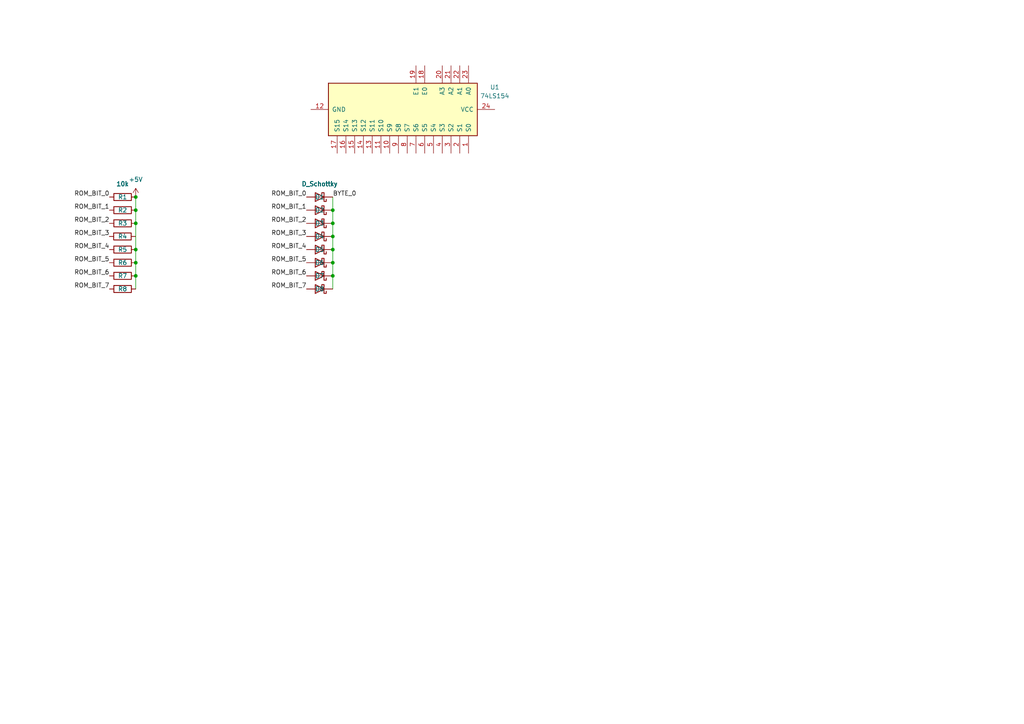
<source format=kicad_sch>
(kicad_sch (version 20230121) (generator eeschema)
  (paper "A4")
  (lib_symbols
    (symbol "74xx:74LS154" (pin_names (offset 1.016))
      (property "Reference" "U" (at -7.62 21.59 0))
      (property "Value" "74LS154" (at -7.62 -24.13 0))
      (symbol "74LS154_1_0"
        (pin output line (at 12.7 17.78 180) (length 5.08) (name "S0") (number "1"))
        (pin output line (at 12.7 -5.08 180) (length 5.08) (name "S9") (number "10"))
        (pin output line (at 12.7 -7.62 180) (length 5.08) (name "S10") (number "11"))
        (pin power_in line (at 0 -27.94 90) (length 5.08) (name "GND") (number "12"))
        (pin output line (at 12.7 -10.16 180) (length 5.08) (name "S11") (number "13"))
        (pin output line (at 12.7 -12.7 180) (length 5.08) (name "S12") (number "14"))
        (pin output line (at 12.7 -15.24 180) (length 5.08) (name "S13") (number "15"))
        (pin output line (at 12.7 -17.78 180) (length 5.08) (name "S14") (number "16"))
        (pin output line (at 12.7 -20.32 180) (length 5.08) (name "S15") (number "17"))
        (pin input line (at -12.7 5.08 0) (length 5.08) (name "E0") (number "18"))
        (pin input line (at -12.7 2.54 0) (length 5.08) (name "E1") (number "19"))
        (pin output line (at 12.7 15.24 180) (length 5.08) (name "S1") (number "2"))
        (pin input line (at -12.7 10.16 0) (length 5.08) (name "A3") (number "20"))
        (pin input line (at -12.7 12.7 0) (length 5.08) (name "A2") (number "21"))
        (pin input line (at -12.7 15.24 0) (length 5.08) (name "A1") (number "22"))
        (pin input line (at -12.7 17.78 0) (length 5.08) (name "A0") (number "23"))
        (pin power_in line (at 0 25.4 270) (length 5.08) (name "VCC") (number "24"))
        (pin output line (at 12.7 12.7 180) (length 5.08) (name "S2") (number "3"))
        (pin output line (at 12.7 10.16 180) (length 5.08) (name "S3") (number "4"))
        (pin output line (at 12.7 7.62 180) (length 5.08) (name "S4") (number "5"))
        (pin output line (at 12.7 5.08 180) (length 5.08) (name "S5") (number "6"))
        (pin output line (at 12.7 2.54 180) (length 5.08) (name "S6") (number "7"))
        (pin output line (at 12.7 0 180) (length 5.08) (name "S7") (number "8"))
        (pin output line (at 12.7 -2.54 180) (length 5.08) (name "S8") (number "9"))
      )
      (symbol "74LS154_1_1"
        (rectangle (start -7.62 20.32) (end 7.62 -22.86) (stroke (width 0.254)) (fill (type background)))
      )
    )
    (symbol "Device:D_Schottky" (pin_numbers hide) (pin_names (offset 1.016) hide)
      (property "Reference" "D" (at 0 2.54 0))
      (property "Value" "D_Schottky" (at 0 -2.54 0))
      (symbol "D_Schottky_0_1"
        (polyline (pts (xy 1.27 0) (xy -1.27 0)))
        (polyline (pts (xy 1.27 1.27) (xy 1.27 -1.27) (xy -1.27 0) (xy 1.27 1.27)) (stroke (width 0.254)))
        (polyline (pts (xy -1.905 0.635) (xy -1.905 1.27) (xy -1.27 1.27) (xy -1.27 -1.27) (xy -0.635 -1.27) (xy -0.635 -0.635)) (stroke (width 0.254)))
      )
      (symbol "D_Schottky_1_1"
        (pin passive line (at -3.81 0 0) (length 2.54) (name "K") (number "1"))
        (pin passive line (at 3.81 0 180) (length 2.54) (name "A") (number "2"))
      )
    )
    (symbol "Device:R" (pin_numbers hide) (pin_names (offset 0))
      (property "Reference" "R" (at 2.032 0 90))
      (property "Value" "R" (at 0 0 90))
      (symbol "R_0_1"
        (rectangle (start -1.016 -2.54) (end 1.016 2.54) (stroke (width 0.254)))
      )
      (symbol "R_1_1"
        (pin passive line (at 0 3.81 270) (length 1.27) (name "~") (number "1"))
        (pin passive line (at 0 -3.81 90) (length 1.27) (name "~") (number "2"))
      )
    )
    (symbol "power:+5V" (power) (pin_names (offset 0))
      (property "Value" "+5V" (at 0 3.556 0))
      (symbol "+5V_0_1"
        (polyline (pts (xy -0.762 1.27) (xy 0 2.54)))
        (polyline (pts (xy 0 0) (xy 0 2.54)))
        (polyline (pts (xy 0 2.54) (xy 0.762 1.27)))
      )
      (symbol "+5V_1_1"
        (pin power_in line (at 0 0 90) (length 0) hide (name "+5V") (number "1"))
      )
    )
  )
  (junction (at 96.52 60.96))
  (junction (at 96.52 64.77))
  (junction (at 39.37 64.77))
  (junction (at 96.52 80.01))
  (junction (at 39.37 60.96))
  (junction (at 96.52 68.58))
  (junction (at 39.37 57.15))
  (junction (at 96.52 72.39))
  (junction (at 96.52 76.2))
  (junction (at 39.37 72.39))
  (junction (at 39.37 80.01))
  (junction (at 39.37 76.2))
  (wire (pts (xy 39.37 76.2) (xy 39.37 80.01)))
  (wire (pts (xy 96.52 76.2) (xy 96.52 80.01)))
  (wire (pts (xy 96.52 64.77) (xy 96.52 68.58)))
  (wire (pts (xy 96.52 68.58) (xy 96.52 72.39)))
  (wire (pts (xy 39.37 80.01) (xy 39.37 83.82)))
  (wire (pts (xy 39.37 64.77) (xy 39.37 72.39)))
  (wire (pts (xy 96.52 57.15) (xy 96.52 60.96)))
  (wire (pts (xy 39.37 60.96) (xy 39.37 64.77)))
  (wire (pts (xy 39.37 72.39) (xy 39.37 76.2)))
  (wire (pts (xy 96.52 72.39) (xy 96.52 76.2)))
  (wire (pts (xy 39.37 57.15) (xy 39.37 60.96)))
  (wire (pts (xy 96.52 60.96) (xy 96.52 64.77)))
  (wire (pts (xy 96.52 80.01) (xy 96.52 83.82)))
  (label "ROM_BIT_7" (at 88.9 83.82 180))
  (label "ROM_BIT_6" (at 88.9 80.01 180))
  (label "ROM_BIT_0" (at 31.75 57.15 180))
  (label "ROM_BIT_7" (at 31.75 83.82 180))
  (label "ROM_BIT_3" (at 88.9 68.58 180))
  (label "ROM_BIT_4" (at 31.75 72.39 180))
  (label "ROM_BIT_3" (at 31.75 68.58 180))
  (label "ROM_BIT_2" (at 88.9 64.77 180))
  (label "ROM_BIT_2" (at 31.75 64.77 180))
  (label "ROM_BIT_6" (at 31.75 80.01 180))
  (label "BYTE_0" (at 96.52 57.15 0))
  (label "ROM_BIT_5" (at 88.9 76.2 180))
  (label "ROM_BIT_0" (at 88.9 57.15 180))
  (label "ROM_BIT_1" (at 31.75 60.96 180))
  (label "ROM_BIT_5" (at 31.75 76.2 180))
  (label "ROM_BIT_4" (at 88.9 72.39 180))
  (label "ROM_BIT_1" (at 88.9 60.96 180))
  (symbol (lib_id "Device:D_Schottky") (at 92.71 80.01 180) (unit 1)
    (property "Reference" "D7" (at 92.71 80.01 0))
    (property "Value" "D_Schottky" (at 92.71 53.34 0))
  )
  (symbol (lib_id "Device:R") (at 35.56 72.39 90) (unit 1)
    (property "Reference" "R5" (at 35.56 72.39 90))
    (property "Value" "10k" (at 35.56 53.34 90))
  )
  (symbol (lib_id "Device:R") (at 35.56 57.15 90) (unit 1)
    (property "Reference" "R1" (at 35.56 57.15 90))
    (property "Value" "10k" (at 35.56 53.34 90))
  )
  (symbol (lib_id "power:+5V") (at 39.37 57.15 0) (unit 1)
    (property "Reference" "#PWR01" (effects hide))
    (property "Value" "+5V" (at 39.37 52.07 0))
  )
  (symbol (lib_id "Device:R") (at 35.56 83.82 90) (unit 1)
    (property "Reference" "R8" (at 35.56 83.82 90))
    (property "Value" "10k" (at 35.56 53.34 90))
  )
  (symbol (lib_id "Device:R") (at 35.56 60.96 90) (unit 1)
    (property "Reference" "R2" (at 35.56 60.96 90))
    (property "Value" "10k" (at 35.56 53.34 90))
  )
  (symbol (lib_id "Device:D_Schottky") (at 92.71 72.39 180) (unit 1)
    (property "Reference" "D5" (at 92.71 72.39 0))
    (property "Value" "D_Schottky" (at 92.71 53.34 0))
  )
  (symbol (lib_id "Device:R") (at 35.5119 68.5799 90) (unit 1)
    (property "Reference" "R4" (at 35.56 68.58 90))
    (property "Value" "10k" (at 35.56 53.34 90))
  )
  (symbol (lib_id "Device:D_Schottky") (at 92.71 64.77 180) (unit 1)
    (property "Reference" "D3" (at 92.71 64.77 0))
    (property "Value" "D_Schottky" (at 92.71 53.34 0))
  )
  (symbol (lib_id "Device:D_Schottky") (at 92.71 60.96 180) (unit 1)
    (property "Reference" "D2" (at 92.71 60.96 0))
    (property "Value" "D_Schottky" (at 92.71 53.34 0))
  )
  (symbol (lib_id "Device:D_Schottky") (at 92.71 76.2 180) (unit 1)
    (property "Reference" "D6" (at 92.71 76.2 0))
    (property "Value" "D_Schottky" (at 92.71 53.34 0))
  )
  (symbol (lib_id "74xx:74LS154") (at 118.11 31.75 270) (unit 1)
    (property "Reference" "U1" (at 143.51 25.2983 90))
    (property "Value" "74LS154" (at 143.51 27.8383 90))
    (property "Datasheet" "http://www.ti.com/lit/gpn/sn74LS154" (effects hide))
  )
  (symbol (lib_id "Device:R") (at 35.56 80.01 90) (unit 1)
    (property "Reference" "R7" (at 35.56 80.01 90))
    (property "Value" "10k" (at 35.56 53.34 90))
  )
  (symbol (lib_id "Device:D_Schottky") (at 92.71 57.15 180) (unit 1)
    (property "Reference" "D1" (at 92.71 57.15 0))
    (property "Value" "D_Schottky" (at 92.71 53.34 0))
  )
  (symbol (lib_id "Device:R") (at 35.56 64.77 90) (unit 1)
    (property "Reference" "R3" (at 35.56 64.77 90))
    (property "Value" "10k" (at 35.56 53.34 90))
  )
  (symbol (lib_id "Device:D_Schottky") (at 92.71 83.82 180) (unit 1)
    (property "Reference" "D8" (at 92.71 83.82 0))
    (property "Value" "D_Schottky" (at 92.71 53.34 0))
  )
  (symbol (lib_id "Device:D_Schottky") (at 92.71 68.58 180) (unit 1)
    (property "Reference" "D4" (at 92.71 68.58 0))
    (property "Value" "D_Schottky" (at 92.71 53.34 0))
  )
  (symbol (lib_id "Device:R") (at 35.56 76.2 90) (unit 1)
    (property "Reference" "R6" (at 35.56 76.2 90))
    (property "Value" "10k" (at 35.56 53.34 90))
  )
)
</source>
